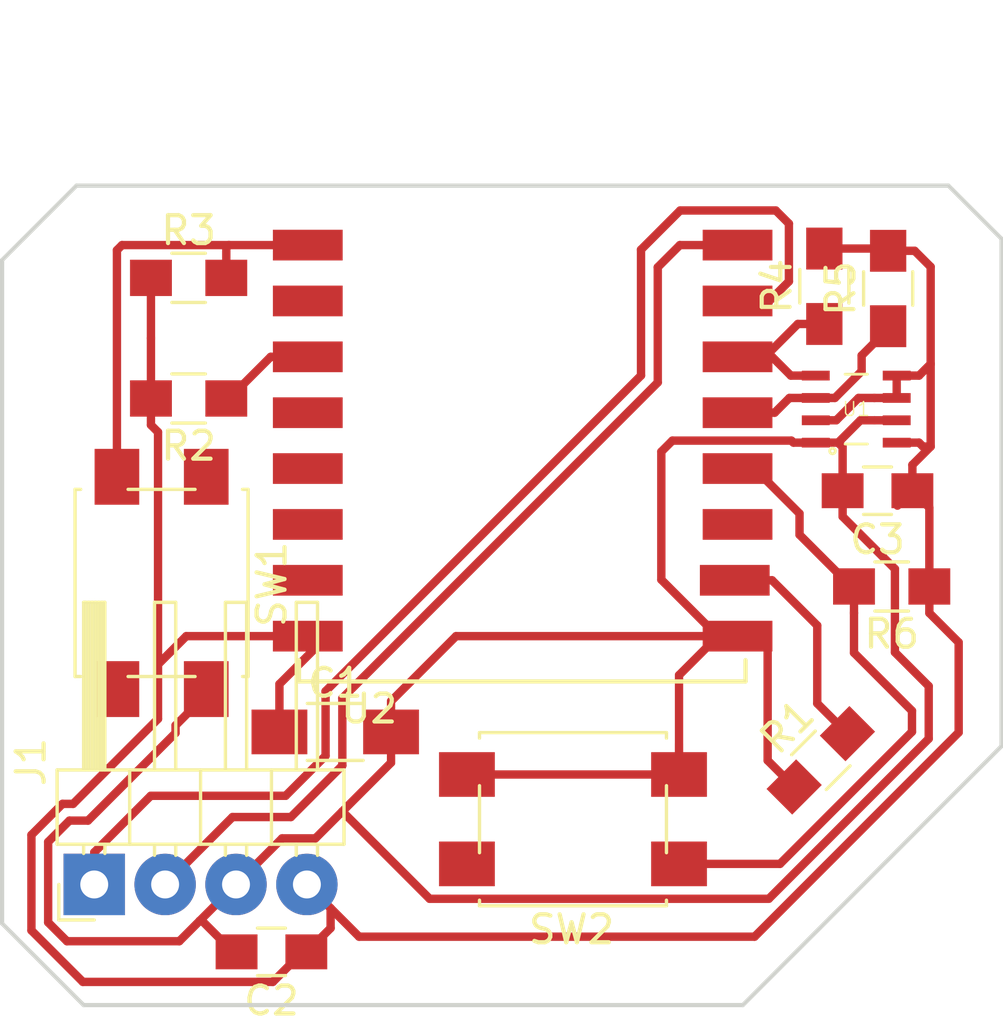
<source format=kicad_pcb>
(kicad_pcb (version 4) (host pcbnew 4.0.7-e2-6376~58~ubuntu16.04.1)

  (general
    (links 38)
    (no_connects 4)
    (area 132.004999 68.364999 173.232 105.668)
    (thickness 1.6)
    (drawings 8)
    (tracks 160)
    (zones 0)
    (modules 14)
    (nets 11)
  )

  (page A4)
  (layers
    (0 F.Cu signal)
    (31 B.Cu signal)
    (32 B.Adhes user)
    (33 F.Adhes user)
    (34 B.Paste user)
    (35 F.Paste user)
    (36 B.SilkS user)
    (37 F.SilkS user)
    (38 B.Mask user)
    (39 F.Mask user)
    (40 Dwgs.User user)
    (41 Cmts.User user)
    (42 Eco1.User user)
    (43 Eco2.User user)
    (44 Edge.Cuts user)
    (45 Margin user)
    (46 B.CrtYd user)
    (47 F.CrtYd user)
    (48 B.Fab user)
    (49 F.Fab user)
  )

  (setup
    (last_trace_width 0.3)
    (trace_clearance 0.3)
    (zone_clearance 0.508)
    (zone_45_only no)
    (trace_min 0.2)
    (segment_width 0.2)
    (edge_width 0.15)
    (via_size 0.6)
    (via_drill 0.4)
    (via_min_size 0.4)
    (via_min_drill 0.3)
    (uvia_size 0.3)
    (uvia_drill 0.1)
    (uvias_allowed no)
    (uvia_min_size 0.2)
    (uvia_min_drill 0.1)
    (pcb_text_width 0.3)
    (pcb_text_size 1.5 1.5)
    (mod_edge_width 0.15)
    (mod_text_size 1 1)
    (mod_text_width 0.15)
    (pad_size 1.524 1.524)
    (pad_drill 0.762)
    (pad_to_mask_clearance 0.2)
    (aux_axis_origin 0 0)
    (visible_elements FFFFEF7F)
    (pcbplotparams
      (layerselection 0x01000_00000001)
      (usegerberextensions false)
      (excludeedgelayer true)
      (linewidth 0.100000)
      (plotframeref false)
      (viasonmask false)
      (mode 1)
      (useauxorigin false)
      (hpglpennumber 1)
      (hpglpenspeed 20)
      (hpglpendiameter 15)
      (hpglpenoverlay 2)
      (psnegative false)
      (psa4output false)
      (plotreference true)
      (plotvalue true)
      (plotinvisibletext false)
      (padsonsilk false)
      (subtractmaskfromsilk false)
      (outputformat 1)
      (mirror false)
      (drillshape 0)
      (scaleselection 1)
      (outputdirectory ./Gerber/))
  )

  (net 0 "")
  (net 1 "Net-(J1-Pad1)")
  (net 2 "Net-(J1-Pad2)")
  (net 3 GND)
  (net 4 +3V3)
  (net 5 "Net-(R2-Pad1)")
  (net 6 "Net-(R3-Pad2)")
  (net 7 SCL)
  (net 8 SDA)
  (net 9 "Net-(R6-Pad2)")
  (net 10 "Net-(R1-Pad2)")

  (net_class Default "This is the default net class."
    (clearance 0.3)
    (trace_width 0.3)
    (via_dia 0.6)
    (via_drill 0.4)
    (uvia_dia 0.3)
    (uvia_drill 0.1)
    (add_net +3V3)
    (add_net GND)
    (add_net "Net-(J1-Pad1)")
    (add_net "Net-(J1-Pad2)")
    (add_net "Net-(R1-Pad2)")
    (add_net "Net-(R2-Pad1)")
    (add_net "Net-(R3-Pad2)")
    (add_net "Net-(R6-Pad2)")
    (add_net SCL)
    (add_net SDA)
  )

  (module Pin_Headers:Pin_Header_Angled_1x04_Pitch2.54mm (layer F.Cu) (tedit 59D4C66D) (tstamp 59D4B459)
    (at 135.382 100.33 90)
    (descr "Through hole angled pin header, 1x04, 2.54mm pitch, 6mm pin length, single row")
    (tags "Through hole angled pin header THT 1x04 2.54mm single row")
    (path /59D4A688)
    (fp_text reference J1 (at 4.385 -2.27 90) (layer F.SilkS)
      (effects (font (size 1 1) (thickness 0.15)))
    )
    (fp_text value Conn_01x04_Male (at 4.385 9.89 90) (layer F.Fab)
      (effects (font (size 1 1) (thickness 0.15)))
    )
    (fp_line (start 2.135 -1.27) (end 4.04 -1.27) (layer F.Fab) (width 0.1))
    (fp_line (start 4.04 -1.27) (end 4.04 8.89) (layer F.Fab) (width 0.1))
    (fp_line (start 4.04 8.89) (end 1.5 8.89) (layer F.Fab) (width 0.1))
    (fp_line (start 1.5 8.89) (end 1.5 -0.635) (layer F.Fab) (width 0.1))
    (fp_line (start 1.5 -0.635) (end 2.135 -1.27) (layer F.Fab) (width 0.1))
    (fp_line (start -0.32 -0.32) (end 1.5 -0.32) (layer F.Fab) (width 0.1))
    (fp_line (start -0.32 -0.32) (end -0.32 0.32) (layer F.Fab) (width 0.1))
    (fp_line (start -0.32 0.32) (end 1.5 0.32) (layer F.Fab) (width 0.1))
    (fp_line (start 4.04 -0.32) (end 10.04 -0.32) (layer F.Fab) (width 0.1))
    (fp_line (start 10.04 -0.32) (end 10.04 0.32) (layer F.Fab) (width 0.1))
    (fp_line (start 4.04 0.32) (end 10.04 0.32) (layer F.Fab) (width 0.1))
    (fp_line (start -0.32 2.22) (end 1.5 2.22) (layer F.Fab) (width 0.1))
    (fp_line (start -0.32 2.22) (end -0.32 2.86) (layer F.Fab) (width 0.1))
    (fp_line (start -0.32 2.86) (end 1.5 2.86) (layer F.Fab) (width 0.1))
    (fp_line (start 4.04 2.22) (end 10.04 2.22) (layer F.Fab) (width 0.1))
    (fp_line (start 10.04 2.22) (end 10.04 2.86) (layer F.Fab) (width 0.1))
    (fp_line (start 4.04 2.86) (end 10.04 2.86) (layer F.Fab) (width 0.1))
    (fp_line (start -0.32 4.76) (end 1.5 4.76) (layer F.Fab) (width 0.1))
    (fp_line (start -0.32 4.76) (end -0.32 5.4) (layer F.Fab) (width 0.1))
    (fp_line (start -0.32 5.4) (end 1.5 5.4) (layer F.Fab) (width 0.1))
    (fp_line (start 4.04 4.76) (end 10.04 4.76) (layer F.Fab) (width 0.1))
    (fp_line (start 10.04 4.76) (end 10.04 5.4) (layer F.Fab) (width 0.1))
    (fp_line (start 4.04 5.4) (end 10.04 5.4) (layer F.Fab) (width 0.1))
    (fp_line (start -0.32 7.3) (end 1.5 7.3) (layer F.Fab) (width 0.1))
    (fp_line (start -0.32 7.3) (end -0.32 7.94) (layer F.Fab) (width 0.1))
    (fp_line (start -0.32 7.94) (end 1.5 7.94) (layer F.Fab) (width 0.1))
    (fp_line (start 4.04 7.3) (end 10.04 7.3) (layer F.Fab) (width 0.1))
    (fp_line (start 10.04 7.3) (end 10.04 7.94) (layer F.Fab) (width 0.1))
    (fp_line (start 4.04 7.94) (end 10.04 7.94) (layer F.Fab) (width 0.1))
    (fp_line (start 1.44 -1.33) (end 1.44 8.95) (layer F.SilkS) (width 0.12))
    (fp_line (start 1.44 8.95) (end 4.1 8.95) (layer F.SilkS) (width 0.12))
    (fp_line (start 4.1 8.95) (end 4.1 -1.33) (layer F.SilkS) (width 0.12))
    (fp_line (start 4.1 -1.33) (end 1.44 -1.33) (layer F.SilkS) (width 0.12))
    (fp_line (start 4.1 -0.38) (end 10.1 -0.38) (layer F.SilkS) (width 0.12))
    (fp_line (start 10.1 -0.38) (end 10.1 0.38) (layer F.SilkS) (width 0.12))
    (fp_line (start 10.1 0.38) (end 4.1 0.38) (layer F.SilkS) (width 0.12))
    (fp_line (start 4.1 -0.32) (end 10.1 -0.32) (layer F.SilkS) (width 0.12))
    (fp_line (start 4.1 -0.2) (end 10.1 -0.2) (layer F.SilkS) (width 0.12))
    (fp_line (start 4.1 -0.08) (end 10.1 -0.08) (layer F.SilkS) (width 0.12))
    (fp_line (start 4.1 0.04) (end 10.1 0.04) (layer F.SilkS) (width 0.12))
    (fp_line (start 4.1 0.16) (end 10.1 0.16) (layer F.SilkS) (width 0.12))
    (fp_line (start 4.1 0.28) (end 10.1 0.28) (layer F.SilkS) (width 0.12))
    (fp_line (start 1.11 -0.38) (end 1.44 -0.38) (layer F.SilkS) (width 0.12))
    (fp_line (start 1.11 0.38) (end 1.44 0.38) (layer F.SilkS) (width 0.12))
    (fp_line (start 1.44 1.27) (end 4.1 1.27) (layer F.SilkS) (width 0.12))
    (fp_line (start 4.1 2.16) (end 10.1 2.16) (layer F.SilkS) (width 0.12))
    (fp_line (start 10.1 2.16) (end 10.1 2.92) (layer F.SilkS) (width 0.12))
    (fp_line (start 10.1 2.92) (end 4.1 2.92) (layer F.SilkS) (width 0.12))
    (fp_line (start 1.042929 2.16) (end 1.44 2.16) (layer F.SilkS) (width 0.12))
    (fp_line (start 1.042929 2.92) (end 1.44 2.92) (layer F.SilkS) (width 0.12))
    (fp_line (start 1.44 3.81) (end 4.1 3.81) (layer F.SilkS) (width 0.12))
    (fp_line (start 4.1 4.7) (end 10.1 4.7) (layer F.SilkS) (width 0.12))
    (fp_line (start 10.1 4.7) (end 10.1 5.46) (layer F.SilkS) (width 0.12))
    (fp_line (start 10.1 5.46) (end 4.1 5.46) (layer F.SilkS) (width 0.12))
    (fp_line (start 1.042929 4.7) (end 1.44 4.7) (layer F.SilkS) (width 0.12))
    (fp_line (start 1.042929 5.46) (end 1.44 5.46) (layer F.SilkS) (width 0.12))
    (fp_line (start 1.44 6.35) (end 4.1 6.35) (layer F.SilkS) (width 0.12))
    (fp_line (start 4.1 7.24) (end 10.1 7.24) (layer F.SilkS) (width 0.12))
    (fp_line (start 10.1 7.24) (end 10.1 8) (layer F.SilkS) (width 0.12))
    (fp_line (start 10.1 8) (end 4.1 8) (layer F.SilkS) (width 0.12))
    (fp_line (start 1.042929 7.24) (end 1.44 7.24) (layer F.SilkS) (width 0.12))
    (fp_line (start 1.042929 8) (end 1.44 8) (layer F.SilkS) (width 0.12))
    (fp_line (start -1.27 0) (end -1.27 -1.27) (layer F.SilkS) (width 0.12))
    (fp_line (start -1.27 -1.27) (end 0 -1.27) (layer F.SilkS) (width 0.12))
    (fp_line (start -1.8 -1.8) (end -1.8 9.4) (layer F.CrtYd) (width 0.05))
    (fp_line (start -1.8 9.4) (end 10.55 9.4) (layer F.CrtYd) (width 0.05))
    (fp_line (start 10.55 9.4) (end 10.55 -1.8) (layer F.CrtYd) (width 0.05))
    (fp_line (start 10.55 -1.8) (end -1.8 -1.8) (layer F.CrtYd) (width 0.05))
    (fp_text user %R (at 2.77 3.81 180) (layer F.Fab)
      (effects (font (size 1 1) (thickness 0.15)))
    )
    (pad 1 thru_hole rect (at 0 0 90) (size 2.2 2.2) (drill 1) (layers *.Cu *.Mask)
      (net 1 "Net-(J1-Pad1)"))
    (pad 2 thru_hole oval (at 0 2.54 90) (size 2.2 2.2) (drill 1) (layers *.Cu *.Mask)
      (net 2 "Net-(J1-Pad2)"))
    (pad 3 thru_hole oval (at 0 5.08 90) (size 2.2 2.2) (drill 1) (layers *.Cu *.Mask)
      (net 3 GND))
    (pad 4 thru_hole oval (at 0 7.62 90) (size 2.2 2.2) (drill 1) (layers *.Cu *.Mask)
      (net 4 +3V3))
    (model ${KISYS3DMOD}/Pin_Headers.3dshapes/Pin_Header_Angled_1x04_Pitch2.54mm.wrl
      (at (xyz 0 0 0))
      (scale (xyz 1 1 1))
      (rotate (xyz 0 0 0))
    )
  )

  (module bosch:BME280 (layer F.Cu) (tedit 59D4BB43) (tstamp 59D4B499)
    (at 162.687 83.312 180)
    (path /59D4AC57)
    (attr smd)
    (fp_text reference U1 (at 0 0 180) (layer F.SilkS)
      (effects (font (size 0.5 0.5) (thickness 0.05)))
    )
    (fp_text value BMXX80 (at 0 0 180) (layer F.Fab)
      (effects (font (size 0.5 0.5) (thickness 0.05)))
    )
    (fp_line (start -0.4 1.25) (end 0.4 1.25) (layer F.SilkS) (width 0.1))
    (fp_line (start -0.4 -1.25) (end 0.4 -1.25) (layer F.SilkS) (width 0.1))
    (fp_circle (center 0.85 -1.5) (end 0.85 -1.6) (layer F.SilkS) (width 0.1))
    (pad 1 smd rect (at 1.45 -1.2 180) (size 1 0.35) (layers F.Cu F.Paste F.Mask)
      (net 3 GND))
    (pad 2 smd rect (at 1.45 -0.4 180) (size 1 0.35) (layers F.Cu F.Paste F.Mask)
      (net 4 +3V3))
    (pad 3 smd rect (at 1.45 0.4 180) (size 1 0.35) (layers F.Cu F.Paste F.Mask)
      (net 8 SDA))
    (pad 4 smd rect (at 1.45 1.2 180) (size 1 0.35) (layers F.Cu F.Paste F.Mask)
      (net 7 SCL))
    (pad 5 smd rect (at -1.45 1.2 180) (size 1 0.35) (layers F.Cu F.Paste F.Mask)
      (net 4 +3V3))
    (pad 6 smd rect (at -1.45 0.4 180) (size 1 0.35) (layers F.Cu F.Paste F.Mask)
      (net 4 +3V3))
    (pad 7 smd rect (at -1.45 -0.4 180) (size 1 0.35) (layers F.Cu F.Paste F.Mask)
      (net 3 GND))
    (pad 8 smd rect (at -1.45 -1.2 180) (size 1 0.35) (layers F.Cu F.Paste F.Mask)
      (net 4 +3V3))
    (model Housings_DFN_QFN.3dshapes/DFN-8-1EP_2x2mm_Pitch0.5mm.wrl
      (at (xyz 0 0 0))
      (scale (xyz 1.2 1.2 1.2))
      (rotate (xyz 0 0 0))
    )
  )

  (module Resistors_SMD:R_0805_HandSoldering (layer F.Cu) (tedit 58E0A804) (tstamp 59D4B45F)
    (at 161.417 95.885 45)
    (descr "Resistor SMD 0805, hand soldering")
    (tags "resistor 0805")
    (path /59D4A9B9)
    (attr smd)
    (fp_text reference R1 (at 0 -1.7 45) (layer F.SilkS)
      (effects (font (size 1 1) (thickness 0.15)))
    )
    (fp_text value R (at 0 1.75 45) (layer F.Fab)
      (effects (font (size 1 1) (thickness 0.15)))
    )
    (fp_text user %R (at 0 0 45) (layer F.Fab)
      (effects (font (size 0.5 0.5) (thickness 0.075)))
    )
    (fp_line (start -1 0.62) (end -1 -0.62) (layer F.Fab) (width 0.1))
    (fp_line (start 1 0.62) (end -1 0.62) (layer F.Fab) (width 0.1))
    (fp_line (start 1 -0.62) (end 1 0.62) (layer F.Fab) (width 0.1))
    (fp_line (start -1 -0.62) (end 1 -0.62) (layer F.Fab) (width 0.1))
    (fp_line (start 0.6 0.88) (end -0.6 0.88) (layer F.SilkS) (width 0.12))
    (fp_line (start -0.6 -0.88) (end 0.6 -0.88) (layer F.SilkS) (width 0.12))
    (fp_line (start -2.35 -0.9) (end 2.35 -0.9) (layer F.CrtYd) (width 0.05))
    (fp_line (start -2.35 -0.9) (end -2.35 0.9) (layer F.CrtYd) (width 0.05))
    (fp_line (start 2.35 0.9) (end 2.35 -0.9) (layer F.CrtYd) (width 0.05))
    (fp_line (start 2.35 0.9) (end -2.35 0.9) (layer F.CrtYd) (width 0.05))
    (pad 1 smd rect (at -1.35 0 45) (size 1.5 1.3) (layers F.Cu F.Paste F.Mask)
      (net 3 GND))
    (pad 2 smd rect (at 1.35 0 45) (size 1.5 1.3) (layers F.Cu F.Paste F.Mask)
      (net 10 "Net-(R1-Pad2)"))
    (model ${KISYS3DMOD}/Resistors_SMD.3dshapes/R_0805.wrl
      (at (xyz 0 0 0))
      (scale (xyz 1 1 1))
      (rotate (xyz 0 0 0))
    )
  )

  (module Resistors_SMD:R_0805_HandSoldering (layer F.Cu) (tedit 58E0A804) (tstamp 59D4B465)
    (at 138.764 82.931 180)
    (descr "Resistor SMD 0805, hand soldering")
    (tags "resistor 0805")
    (path /59D4ABEA)
    (attr smd)
    (fp_text reference R2 (at 0 -1.7 180) (layer F.SilkS)
      (effects (font (size 1 1) (thickness 0.15)))
    )
    (fp_text value R (at 0 1.75 180) (layer F.Fab)
      (effects (font (size 1 1) (thickness 0.15)))
    )
    (fp_text user %R (at 0 0 180) (layer F.Fab)
      (effects (font (size 0.5 0.5) (thickness 0.075)))
    )
    (fp_line (start -1 0.62) (end -1 -0.62) (layer F.Fab) (width 0.1))
    (fp_line (start 1 0.62) (end -1 0.62) (layer F.Fab) (width 0.1))
    (fp_line (start 1 -0.62) (end 1 0.62) (layer F.Fab) (width 0.1))
    (fp_line (start -1 -0.62) (end 1 -0.62) (layer F.Fab) (width 0.1))
    (fp_line (start 0.6 0.88) (end -0.6 0.88) (layer F.SilkS) (width 0.12))
    (fp_line (start -0.6 -0.88) (end 0.6 -0.88) (layer F.SilkS) (width 0.12))
    (fp_line (start -2.35 -0.9) (end 2.35 -0.9) (layer F.CrtYd) (width 0.05))
    (fp_line (start -2.35 -0.9) (end -2.35 0.9) (layer F.CrtYd) (width 0.05))
    (fp_line (start 2.35 0.9) (end 2.35 -0.9) (layer F.CrtYd) (width 0.05))
    (fp_line (start 2.35 0.9) (end -2.35 0.9) (layer F.CrtYd) (width 0.05))
    (pad 1 smd rect (at -1.35 0 180) (size 1.5 1.3) (layers F.Cu F.Paste F.Mask)
      (net 5 "Net-(R2-Pad1)"))
    (pad 2 smd rect (at 1.35 0 180) (size 1.5 1.3) (layers F.Cu F.Paste F.Mask)
      (net 4 +3V3))
    (model ${KISYS3DMOD}/Resistors_SMD.3dshapes/R_0805.wrl
      (at (xyz 0 0 0))
      (scale (xyz 1 1 1))
      (rotate (xyz 0 0 0))
    )
  )

  (module Resistors_SMD:R_0805_HandSoldering (layer F.Cu) (tedit 58E0A804) (tstamp 59D4B46B)
    (at 138.764 78.613)
    (descr "Resistor SMD 0805, hand soldering")
    (tags "resistor 0805")
    (path /59D4A867)
    (attr smd)
    (fp_text reference R3 (at 0 -1.7) (layer F.SilkS)
      (effects (font (size 1 1) (thickness 0.15)))
    )
    (fp_text value R (at 0 1.75) (layer F.Fab)
      (effects (font (size 1 1) (thickness 0.15)))
    )
    (fp_text user %R (at 0 0) (layer F.Fab)
      (effects (font (size 0.5 0.5) (thickness 0.075)))
    )
    (fp_line (start -1 0.62) (end -1 -0.62) (layer F.Fab) (width 0.1))
    (fp_line (start 1 0.62) (end -1 0.62) (layer F.Fab) (width 0.1))
    (fp_line (start 1 -0.62) (end 1 0.62) (layer F.Fab) (width 0.1))
    (fp_line (start -1 -0.62) (end 1 -0.62) (layer F.Fab) (width 0.1))
    (fp_line (start 0.6 0.88) (end -0.6 0.88) (layer F.SilkS) (width 0.12))
    (fp_line (start -0.6 -0.88) (end 0.6 -0.88) (layer F.SilkS) (width 0.12))
    (fp_line (start -2.35 -0.9) (end 2.35 -0.9) (layer F.CrtYd) (width 0.05))
    (fp_line (start -2.35 -0.9) (end -2.35 0.9) (layer F.CrtYd) (width 0.05))
    (fp_line (start 2.35 0.9) (end 2.35 -0.9) (layer F.CrtYd) (width 0.05))
    (fp_line (start 2.35 0.9) (end -2.35 0.9) (layer F.CrtYd) (width 0.05))
    (pad 1 smd rect (at -1.35 0) (size 1.5 1.3) (layers F.Cu F.Paste F.Mask)
      (net 4 +3V3))
    (pad 2 smd rect (at 1.35 0) (size 1.5 1.3) (layers F.Cu F.Paste F.Mask)
      (net 6 "Net-(R3-Pad2)"))
    (model ${KISYS3DMOD}/Resistors_SMD.3dshapes/R_0805.wrl
      (at (xyz 0 0 0))
      (scale (xyz 1 1 1))
      (rotate (xyz 0 0 0))
    )
  )

  (module Resistors_SMD:R_0805_HandSoldering (layer F.Cu) (tedit 58E0A804) (tstamp 59D4B471)
    (at 161.544 78.914 90)
    (descr "Resistor SMD 0805, hand soldering")
    (tags "resistor 0805")
    (path /59D4B29D)
    (attr smd)
    (fp_text reference R4 (at 0 -1.7 90) (layer F.SilkS)
      (effects (font (size 1 1) (thickness 0.15)))
    )
    (fp_text value I2C (at 0 1.75 90) (layer F.Fab)
      (effects (font (size 1 1) (thickness 0.15)))
    )
    (fp_text user %R (at 0 0 90) (layer F.Fab)
      (effects (font (size 0.5 0.5) (thickness 0.075)))
    )
    (fp_line (start -1 0.62) (end -1 -0.62) (layer F.Fab) (width 0.1))
    (fp_line (start 1 0.62) (end -1 0.62) (layer F.Fab) (width 0.1))
    (fp_line (start 1 -0.62) (end 1 0.62) (layer F.Fab) (width 0.1))
    (fp_line (start -1 -0.62) (end 1 -0.62) (layer F.Fab) (width 0.1))
    (fp_line (start 0.6 0.88) (end -0.6 0.88) (layer F.SilkS) (width 0.12))
    (fp_line (start -0.6 -0.88) (end 0.6 -0.88) (layer F.SilkS) (width 0.12))
    (fp_line (start -2.35 -0.9) (end 2.35 -0.9) (layer F.CrtYd) (width 0.05))
    (fp_line (start -2.35 -0.9) (end -2.35 0.9) (layer F.CrtYd) (width 0.05))
    (fp_line (start 2.35 0.9) (end 2.35 -0.9) (layer F.CrtYd) (width 0.05))
    (fp_line (start 2.35 0.9) (end -2.35 0.9) (layer F.CrtYd) (width 0.05))
    (pad 1 smd rect (at -1.35 0 90) (size 1.5 1.3) (layers F.Cu F.Paste F.Mask)
      (net 7 SCL))
    (pad 2 smd rect (at 1.35 0 90) (size 1.5 1.3) (layers F.Cu F.Paste F.Mask)
      (net 4 +3V3))
    (model ${KISYS3DMOD}/Resistors_SMD.3dshapes/R_0805.wrl
      (at (xyz 0 0 0))
      (scale (xyz 1 1 1))
      (rotate (xyz 0 0 0))
    )
  )

  (module Resistors_SMD:R_0805_HandSoldering (layer F.Cu) (tedit 58E0A804) (tstamp 59D4B477)
    (at 163.83 78.994 90)
    (descr "Resistor SMD 0805, hand soldering")
    (tags "resistor 0805")
    (path /59D4B36F)
    (attr smd)
    (fp_text reference R5 (at 0 -1.7 90) (layer F.SilkS)
      (effects (font (size 1 1) (thickness 0.15)))
    )
    (fp_text value I2C (at 0 1.75 90) (layer F.Fab)
      (effects (font (size 1 1) (thickness 0.15)))
    )
    (fp_text user %R (at 0 0 90) (layer F.Fab)
      (effects (font (size 0.5 0.5) (thickness 0.075)))
    )
    (fp_line (start -1 0.62) (end -1 -0.62) (layer F.Fab) (width 0.1))
    (fp_line (start 1 0.62) (end -1 0.62) (layer F.Fab) (width 0.1))
    (fp_line (start 1 -0.62) (end 1 0.62) (layer F.Fab) (width 0.1))
    (fp_line (start -1 -0.62) (end 1 -0.62) (layer F.Fab) (width 0.1))
    (fp_line (start 0.6 0.88) (end -0.6 0.88) (layer F.SilkS) (width 0.12))
    (fp_line (start -0.6 -0.88) (end 0.6 -0.88) (layer F.SilkS) (width 0.12))
    (fp_line (start -2.35 -0.9) (end 2.35 -0.9) (layer F.CrtYd) (width 0.05))
    (fp_line (start -2.35 -0.9) (end -2.35 0.9) (layer F.CrtYd) (width 0.05))
    (fp_line (start 2.35 0.9) (end 2.35 -0.9) (layer F.CrtYd) (width 0.05))
    (fp_line (start 2.35 0.9) (end -2.35 0.9) (layer F.CrtYd) (width 0.05))
    (pad 1 smd rect (at -1.35 0 90) (size 1.5 1.3) (layers F.Cu F.Paste F.Mask)
      (net 8 SDA))
    (pad 2 smd rect (at 1.35 0 90) (size 1.5 1.3) (layers F.Cu F.Paste F.Mask)
      (net 4 +3V3))
    (model ${KISYS3DMOD}/Resistors_SMD.3dshapes/R_0805.wrl
      (at (xyz 0 0 0))
      (scale (xyz 1 1 1))
      (rotate (xyz 0 0 0))
    )
  )

  (module Resistors_SMD:R_0805_HandSoldering (layer F.Cu) (tedit 58E0A804) (tstamp 59D4B47D)
    (at 163.957 89.662 180)
    (descr "Resistor SMD 0805, hand soldering")
    (tags "resistor 0805")
    (path /59D4AC41)
    (attr smd)
    (fp_text reference R6 (at 0 -1.7 180) (layer F.SilkS)
      (effects (font (size 1 1) (thickness 0.15)))
    )
    (fp_text value R (at 0 1.75 180) (layer F.Fab)
      (effects (font (size 1 1) (thickness 0.15)))
    )
    (fp_text user %R (at 0 0 180) (layer F.Fab)
      (effects (font (size 0.5 0.5) (thickness 0.075)))
    )
    (fp_line (start -1 0.62) (end -1 -0.62) (layer F.Fab) (width 0.1))
    (fp_line (start 1 0.62) (end -1 0.62) (layer F.Fab) (width 0.1))
    (fp_line (start 1 -0.62) (end 1 0.62) (layer F.Fab) (width 0.1))
    (fp_line (start -1 -0.62) (end 1 -0.62) (layer F.Fab) (width 0.1))
    (fp_line (start 0.6 0.88) (end -0.6 0.88) (layer F.SilkS) (width 0.12))
    (fp_line (start -0.6 -0.88) (end 0.6 -0.88) (layer F.SilkS) (width 0.12))
    (fp_line (start -2.35 -0.9) (end 2.35 -0.9) (layer F.CrtYd) (width 0.05))
    (fp_line (start -2.35 -0.9) (end -2.35 0.9) (layer F.CrtYd) (width 0.05))
    (fp_line (start 2.35 0.9) (end 2.35 -0.9) (layer F.CrtYd) (width 0.05))
    (fp_line (start 2.35 0.9) (end -2.35 0.9) (layer F.CrtYd) (width 0.05))
    (pad 1 smd rect (at -1.35 0 180) (size 1.5 1.3) (layers F.Cu F.Paste F.Mask)
      (net 4 +3V3))
    (pad 2 smd rect (at 1.35 0 180) (size 1.5 1.3) (layers F.Cu F.Paste F.Mask)
      (net 9 "Net-(R6-Pad2)"))
    (model ${KISYS3DMOD}/Resistors_SMD.3dshapes/R_0805.wrl
      (at (xyz 0 0 0))
      (scale (xyz 1 1 1))
      (rotate (xyz 0 0 0))
    )
  )

  (module smd_button:smd_button (layer F.Cu) (tedit 596C9FA8) (tstamp 59D4B485)
    (at 137.795 89.535 270)
    (path /59D4A7F0)
    (attr smd)
    (fp_text reference SW1 (at 0.05 -3.95 270) (layer F.SilkS)
      (effects (font (size 1 1) (thickness 0.15)))
    )
    (fp_text value SW_Push (at 0 4.25 270) (layer F.Fab)
      (effects (font (size 1 1) (thickness 0.15)))
    )
    (fp_line (start -3.25 -3) (end 3.25 -3) (layer F.Fab) (width 0.1))
    (fp_line (start 3.25 -3) (end 3.25 3) (layer F.Fab) (width 0.1))
    (fp_line (start 3.25 3) (end -3.25 3) (layer F.Fab) (width 0.1))
    (fp_line (start -3.25 3) (end -3.25 -3) (layer F.Fab) (width 0.1))
    (fp_text user %R (at 0.05 -3.95 270) (layer F.Fab)
      (effects (font (size 1 1) (thickness 0.15)))
    )
    (fp_line (start -5.25 -3.25) (end 5.25 -3.25) (layer F.CrtYd) (width 0.05))
    (fp_line (start 5.25 -3.25) (end 5.25 3.25) (layer F.CrtYd) (width 0.05))
    (fp_line (start 5.25 3.25) (end -5.25 3.25) (layer F.CrtYd) (width 0.05))
    (fp_line (start -5.25 3.25) (end -5.25 -3.25) (layer F.CrtYd) (width 0.05))
    (fp_line (start 3.35 -3.1) (end 3.35 -2.9) (layer F.SilkS) (width 0.12))
    (fp_line (start 3.35 3.1) (end 3.35 2.9) (layer F.SilkS) (width 0.12))
    (fp_line (start -3.35 3.1) (end -3.35 2.9) (layer F.SilkS) (width 0.12))
    (fp_line (start -3.35 -3.1) (end -3.35 -2.9) (layer F.SilkS) (width 0.12))
    (fp_line (start -3.35 -1.2) (end -3.35 1.2) (layer F.SilkS) (width 0.12))
    (fp_line (start 3.35 -1.2) (end 3.35 1.2) (layer F.SilkS) (width 0.12))
    (fp_line (start 3.35 -3.1) (end -3.35 -3.1) (layer F.SilkS) (width 0.12))
    (fp_line (start -3.35 3.1) (end 3.35 3.1) (layer F.SilkS) (width 0.12))
    (fp_circle (center 0 0) (end 1.9 0) (layer F.Fab) (width 0.1))
    (fp_circle (center 0 0) (end 1.5 0) (layer F.Fab) (width 0.1))
    (pad 1 smd rect (at 3.8 -1.6 270) (size 2 1.6) (layers F.Cu F.Paste F.Mask)
      (net 3 GND))
    (pad 1 smd rect (at -3.8 -1.6 270) (size 2 1.6) (layers F.Cu F.Paste F.Mask)
      (net 3 GND))
    (pad 2 smd rect (at -3.8 1.6 270) (size 2 1.6) (layers F.Cu F.Paste F.Mask)
      (net 6 "Net-(R3-Pad2)"))
    (pad 2 smd rect (at 3.8 1.6 270) (size 2 1.6) (layers F.Cu F.Paste F.Mask)
      (net 6 "Net-(R3-Pad2)"))
  )

  (module smd_button:smd_button (layer F.Cu) (tedit 596C9FA8) (tstamp 59D4B48D)
    (at 152.537 97.993 180)
    (path /59D4A858)
    (attr smd)
    (fp_text reference SW2 (at 0.05 -3.95 180) (layer F.SilkS)
      (effects (font (size 1 1) (thickness 0.15)))
    )
    (fp_text value SW_Push (at 0 4.25 180) (layer F.Fab)
      (effects (font (size 1 1) (thickness 0.15)))
    )
    (fp_line (start -3.25 -3) (end 3.25 -3) (layer F.Fab) (width 0.1))
    (fp_line (start 3.25 -3) (end 3.25 3) (layer F.Fab) (width 0.1))
    (fp_line (start 3.25 3) (end -3.25 3) (layer F.Fab) (width 0.1))
    (fp_line (start -3.25 3) (end -3.25 -3) (layer F.Fab) (width 0.1))
    (fp_text user %R (at 0.05 -3.95 180) (layer F.Fab)
      (effects (font (size 1 1) (thickness 0.15)))
    )
    (fp_line (start -5.25 -3.25) (end 5.25 -3.25) (layer F.CrtYd) (width 0.05))
    (fp_line (start 5.25 -3.25) (end 5.25 3.25) (layer F.CrtYd) (width 0.05))
    (fp_line (start 5.25 3.25) (end -5.25 3.25) (layer F.CrtYd) (width 0.05))
    (fp_line (start -5.25 3.25) (end -5.25 -3.25) (layer F.CrtYd) (width 0.05))
    (fp_line (start 3.35 -3.1) (end 3.35 -2.9) (layer F.SilkS) (width 0.12))
    (fp_line (start 3.35 3.1) (end 3.35 2.9) (layer F.SilkS) (width 0.12))
    (fp_line (start -3.35 3.1) (end -3.35 2.9) (layer F.SilkS) (width 0.12))
    (fp_line (start -3.35 -3.1) (end -3.35 -2.9) (layer F.SilkS) (width 0.12))
    (fp_line (start -3.35 -1.2) (end -3.35 1.2) (layer F.SilkS) (width 0.12))
    (fp_line (start 3.35 -1.2) (end 3.35 1.2) (layer F.SilkS) (width 0.12))
    (fp_line (start 3.35 -3.1) (end -3.35 -3.1) (layer F.SilkS) (width 0.12))
    (fp_line (start -3.35 3.1) (end 3.35 3.1) (layer F.SilkS) (width 0.12))
    (fp_circle (center 0 0) (end 1.9 0) (layer F.Fab) (width 0.1))
    (fp_circle (center 0 0) (end 1.5 0) (layer F.Fab) (width 0.1))
    (pad 1 smd rect (at 3.8 -1.6 180) (size 2 1.6) (layers F.Cu F.Paste F.Mask)
      (net 9 "Net-(R6-Pad2)"))
    (pad 1 smd rect (at -3.8 -1.6 180) (size 2 1.6) (layers F.Cu F.Paste F.Mask)
      (net 9 "Net-(R6-Pad2)"))
    (pad 2 smd rect (at -3.8 1.6 180) (size 2 1.6) (layers F.Cu F.Paste F.Mask)
      (net 3 GND))
    (pad 2 smd rect (at 3.8 1.6 180) (size 2 1.6) (layers F.Cu F.Paste F.Mask)
      (net 3 GND))
  )

  (module esp8266:ESP-12 (layer F.Cu) (tedit 56DFFEA3) (tstamp 59D4B4AD)
    (at 143.734 77.44)
    (descr "Module, ESP-8266, ESP-12, 16 pad, SMD")
    (tags "Module ESP-8266 ESP8266")
    (path /59D4A61B)
    (fp_text reference U2 (at 1.5 16.6) (layer F.SilkS)
      (effects (font (size 1 1) (thickness 0.15)))
    )
    (fp_text value ESP-12 (at 6.992 1) (layer F.Fab)
      (effects (font (size 1 1) (thickness 0.15)))
    )
    (fp_line (start -2.25 -0.5) (end -2.25 -8.75) (layer F.CrtYd) (width 0.05))
    (fp_line (start -2.25 -8.75) (end 15.25 -8.75) (layer F.CrtYd) (width 0.05))
    (fp_line (start 15.25 -8.75) (end 16.25 -8.75) (layer F.CrtYd) (width 0.05))
    (fp_line (start 16.25 -8.75) (end 16.25 16) (layer F.CrtYd) (width 0.05))
    (fp_line (start 16.25 16) (end -2.25 16) (layer F.CrtYd) (width 0.05))
    (fp_line (start -2.25 16) (end -2.25 -0.5) (layer F.CrtYd) (width 0.05))
    (fp_line (start -1.016 -8.382) (end 14.986 -8.382) (layer F.CrtYd) (width 0.1524))
    (fp_line (start 14.986 -8.382) (end 14.986 -0.889) (layer F.CrtYd) (width 0.1524))
    (fp_line (start -1.016 -8.382) (end -1.016 -1.016) (layer F.CrtYd) (width 0.1524))
    (fp_line (start -1.016 14.859) (end -1.016 15.621) (layer F.SilkS) (width 0.1524))
    (fp_line (start -1.016 15.621) (end 14.986 15.621) (layer F.SilkS) (width 0.1524))
    (fp_line (start 14.986 15.621) (end 14.986 14.859) (layer F.SilkS) (width 0.1524))
    (fp_line (start 14.992 -8.4) (end -1.008 -2.6) (layer F.CrtYd) (width 0.1524))
    (fp_line (start -1.008 -8.4) (end 14.992 -2.6) (layer F.CrtYd) (width 0.1524))
    (fp_text user "No Copper" (at 6.892 -5.4) (layer F.CrtYd)
      (effects (font (size 1 1) (thickness 0.15)))
    )
    (fp_line (start -1.008 -2.6) (end 14.992 -2.6) (layer F.CrtYd) (width 0.1524))
    (fp_line (start 15 -8.4) (end 15 15.6) (layer F.Fab) (width 0.05))
    (fp_line (start 14.992 15.6) (end -1.008 15.6) (layer F.Fab) (width 0.05))
    (fp_line (start -1.008 15.6) (end -1.008 -8.4) (layer F.Fab) (width 0.05))
    (fp_line (start -1.008 -8.4) (end 14.992 -8.4) (layer F.Fab) (width 0.05))
    (pad 1 smd rect (at 0 0) (size 2.5 1.1) (drill (offset -0.7 0)) (layers F.Cu F.Paste F.Mask)
      (net 6 "Net-(R3-Pad2)"))
    (pad 2 smd rect (at 0 2) (size 2.5 1.1) (drill (offset -0.7 0)) (layers F.Cu F.Paste F.Mask))
    (pad 3 smd rect (at 0 4) (size 2.5 1.1) (drill (offset -0.7 0)) (layers F.Cu F.Paste F.Mask)
      (net 5 "Net-(R2-Pad1)"))
    (pad 4 smd rect (at 0 6) (size 2.5 1.1) (drill (offset -0.7 0)) (layers F.Cu F.Paste F.Mask))
    (pad 5 smd rect (at 0 8) (size 2.5 1.1) (drill (offset -0.7 0)) (layers F.Cu F.Paste F.Mask))
    (pad 6 smd rect (at 0 10) (size 2.5 1.1) (drill (offset -0.7 0)) (layers F.Cu F.Paste F.Mask))
    (pad 7 smd rect (at 0 12) (size 2.5 1.1) (drill (offset -0.7 0)) (layers F.Cu F.Paste F.Mask))
    (pad 8 smd rect (at 0 14) (size 2.5 1.1) (drill (offset -0.7 0)) (layers F.Cu F.Paste F.Mask)
      (net 4 +3V3))
    (pad 9 smd rect (at 14 14) (size 2.5 1.1) (drill (offset 0.7 0)) (layers F.Cu F.Paste F.Mask)
      (net 3 GND))
    (pad 10 smd rect (at 14 12) (size 2.5 1.1) (drill (offset 0.6 0)) (layers F.Cu F.Paste F.Mask)
      (net 10 "Net-(R1-Pad2)"))
    (pad 11 smd rect (at 14 10) (size 2.5 1.1) (drill (offset 0.7 0)) (layers F.Cu F.Paste F.Mask))
    (pad 12 smd rect (at 14 8) (size 2.5 1.1) (drill (offset 0.7 0)) (layers F.Cu F.Paste F.Mask)
      (net 9 "Net-(R6-Pad2)"))
    (pad 13 smd rect (at 14 6) (size 2.5 1.1) (drill (offset 0.7 0)) (layers F.Cu F.Paste F.Mask)
      (net 8 SDA))
    (pad 14 smd rect (at 14 4) (size 2.5 1.1) (drill (offset 0.7 0)) (layers F.Cu F.Paste F.Mask)
      (net 7 SCL))
    (pad 15 smd rect (at 14 2) (size 2.5 1.1) (drill (offset 0.7 0)) (layers F.Cu F.Paste F.Mask)
      (net 1 "Net-(J1-Pad1)"))
    (pad 16 smd rect (at 14 0) (size 2.5 1.1) (drill (offset 0.7 0)) (layers F.Cu F.Paste F.Mask)
      (net 2 "Net-(J1-Pad2)"))
    (model ${ESPLIB}/ESP8266.3dshapes/ESP-12.wrl
      (at (xyz 0 0 0))
      (scale (xyz 0.3937 0.3937 0.3937))
      (rotate (xyz 0 0 0))
    )
  )

  (module Capacitors_SMD:C_1206_HandSoldering (layer F.Cu) (tedit 58AA84D1) (tstamp 59D4C1B3)
    (at 144.018 94.869)
    (descr "Capacitor SMD 1206, hand soldering")
    (tags "capacitor 1206")
    (path /59D4C166)
    (attr smd)
    (fp_text reference C1 (at 0 -1.75) (layer F.SilkS)
      (effects (font (size 1 1) (thickness 0.15)))
    )
    (fp_text value 10u (at 0 2) (layer F.Fab)
      (effects (font (size 1 1) (thickness 0.15)))
    )
    (fp_text user %R (at 0 -1.75) (layer F.Fab)
      (effects (font (size 1 1) (thickness 0.15)))
    )
    (fp_line (start -1.6 0.8) (end -1.6 -0.8) (layer F.Fab) (width 0.1))
    (fp_line (start 1.6 0.8) (end -1.6 0.8) (layer F.Fab) (width 0.1))
    (fp_line (start 1.6 -0.8) (end 1.6 0.8) (layer F.Fab) (width 0.1))
    (fp_line (start -1.6 -0.8) (end 1.6 -0.8) (layer F.Fab) (width 0.1))
    (fp_line (start 1 -1.02) (end -1 -1.02) (layer F.SilkS) (width 0.12))
    (fp_line (start -1 1.02) (end 1 1.02) (layer F.SilkS) (width 0.12))
    (fp_line (start -3.25 -1.05) (end 3.25 -1.05) (layer F.CrtYd) (width 0.05))
    (fp_line (start -3.25 -1.05) (end -3.25 1.05) (layer F.CrtYd) (width 0.05))
    (fp_line (start 3.25 1.05) (end 3.25 -1.05) (layer F.CrtYd) (width 0.05))
    (fp_line (start 3.25 1.05) (end -3.25 1.05) (layer F.CrtYd) (width 0.05))
    (pad 1 smd rect (at -2 0) (size 2 1.6) (layers F.Cu F.Paste F.Mask)
      (net 4 +3V3))
    (pad 2 smd rect (at 2 0) (size 2 1.6) (layers F.Cu F.Paste F.Mask)
      (net 3 GND))
    (model Capacitors_SMD.3dshapes/C_1206.wrl
      (at (xyz 0 0 0))
      (scale (xyz 1 1 1))
      (rotate (xyz 0 0 0))
    )
  )

  (module Capacitors_SMD:C_0805_HandSoldering (layer F.Cu) (tedit 58AA84A8) (tstamp 59D4C1C4)
    (at 141.732 102.743 180)
    (descr "Capacitor SMD 0805, hand soldering")
    (tags "capacitor 0805")
    (path /59D4C1ED)
    (attr smd)
    (fp_text reference C2 (at 0 -1.75 180) (layer F.SilkS)
      (effects (font (size 1 1) (thickness 0.15)))
    )
    (fp_text value 100n (at 0 1.75 180) (layer F.Fab)
      (effects (font (size 1 1) (thickness 0.15)))
    )
    (fp_text user %R (at 0 -1.75 180) (layer F.Fab)
      (effects (font (size 1 1) (thickness 0.15)))
    )
    (fp_line (start -1 0.62) (end -1 -0.62) (layer F.Fab) (width 0.1))
    (fp_line (start 1 0.62) (end -1 0.62) (layer F.Fab) (width 0.1))
    (fp_line (start 1 -0.62) (end 1 0.62) (layer F.Fab) (width 0.1))
    (fp_line (start -1 -0.62) (end 1 -0.62) (layer F.Fab) (width 0.1))
    (fp_line (start 0.5 -0.85) (end -0.5 -0.85) (layer F.SilkS) (width 0.12))
    (fp_line (start -0.5 0.85) (end 0.5 0.85) (layer F.SilkS) (width 0.12))
    (fp_line (start -2.25 -0.88) (end 2.25 -0.88) (layer F.CrtYd) (width 0.05))
    (fp_line (start -2.25 -0.88) (end -2.25 0.87) (layer F.CrtYd) (width 0.05))
    (fp_line (start 2.25 0.87) (end 2.25 -0.88) (layer F.CrtYd) (width 0.05))
    (fp_line (start 2.25 0.87) (end -2.25 0.87) (layer F.CrtYd) (width 0.05))
    (pad 1 smd rect (at -1.25 0 180) (size 1.5 1.25) (layers F.Cu F.Paste F.Mask)
      (net 4 +3V3))
    (pad 2 smd rect (at 1.25 0 180) (size 1.5 1.25) (layers F.Cu F.Paste F.Mask)
      (net 3 GND))
    (model Capacitors_SMD.3dshapes/C_0805.wrl
      (at (xyz 0 0 0))
      (scale (xyz 1 1 1))
      (rotate (xyz 0 0 0))
    )
  )

  (module Capacitors_SMD:C_0805_HandSoldering (layer F.Cu) (tedit 58AA84A8) (tstamp 59D4C1D5)
    (at 163.449 86.233 180)
    (descr "Capacitor SMD 0805, hand soldering")
    (tags "capacitor 0805")
    (path /59D4C2B0)
    (attr smd)
    (fp_text reference C3 (at 0 -1.75 180) (layer F.SilkS)
      (effects (font (size 1 1) (thickness 0.15)))
    )
    (fp_text value 100n (at 0 1.75 180) (layer F.Fab)
      (effects (font (size 1 1) (thickness 0.15)))
    )
    (fp_text user %R (at 0 -1.75 180) (layer F.Fab)
      (effects (font (size 1 1) (thickness 0.15)))
    )
    (fp_line (start -1 0.62) (end -1 -0.62) (layer F.Fab) (width 0.1))
    (fp_line (start 1 0.62) (end -1 0.62) (layer F.Fab) (width 0.1))
    (fp_line (start 1 -0.62) (end 1 0.62) (layer F.Fab) (width 0.1))
    (fp_line (start -1 -0.62) (end 1 -0.62) (layer F.Fab) (width 0.1))
    (fp_line (start 0.5 -0.85) (end -0.5 -0.85) (layer F.SilkS) (width 0.12))
    (fp_line (start -0.5 0.85) (end 0.5 0.85) (layer F.SilkS) (width 0.12))
    (fp_line (start -2.25 -0.88) (end 2.25 -0.88) (layer F.CrtYd) (width 0.05))
    (fp_line (start -2.25 -0.88) (end -2.25 0.87) (layer F.CrtYd) (width 0.05))
    (fp_line (start 2.25 0.87) (end 2.25 -0.88) (layer F.CrtYd) (width 0.05))
    (fp_line (start 2.25 0.87) (end -2.25 0.87) (layer F.CrtYd) (width 0.05))
    (pad 1 smd rect (at -1.25 0 180) (size 1.5 1.25) (layers F.Cu F.Paste F.Mask)
      (net 4 +3V3))
    (pad 2 smd rect (at 1.25 0 180) (size 1.5 1.25) (layers F.Cu F.Paste F.Mask)
      (net 3 GND))
    (model Capacitors_SMD.3dshapes/C_0805.wrl
      (at (xyz 0 0 0))
      (scale (xyz 1 1 1))
      (rotate (xyz 0 0 0))
    )
  )

  (gr_line (start 158.623 104.648) (end 167.894 95.377) (layer Edge.Cuts) (width 0.15))
  (gr_line (start 135.001 104.648) (end 158.623 104.648) (layer Edge.Cuts) (width 0.15))
  (gr_line (start 132.08 101.727) (end 135.001 104.648) (layer Edge.Cuts) (width 0.15))
  (gr_line (start 132.08 77.978) (end 132.08 101.727) (layer Edge.Cuts) (width 0.15))
  (gr_line (start 134.747 75.311) (end 132.08 77.978) (layer Edge.Cuts) (width 0.15))
  (gr_line (start 165.989 75.311) (end 134.747 75.311) (layer Edge.Cuts) (width 0.15))
  (gr_line (start 167.894 77.216) (end 165.989 75.311) (layer Edge.Cuts) (width 0.15))
  (gr_line (start 167.894 95.377) (end 167.894 77.216) (layer Edge.Cuts) (width 0.15))

  (segment (start 143.672 79.502) (end 143.734 79.44) (width 0.3) (layer F.Cu) (net 0))
  (segment (start 160.274 78.74) (end 159.574 79.44) (width 0.3) (layer F.Cu) (net 1))
  (segment (start 159.574 79.44) (end 157.734 79.44) (width 0.3) (layer F.Cu) (net 1))
  (segment (start 156.377457 76.2) (end 159.804002 76.2) (width 0.3) (layer F.Cu) (net 1))
  (segment (start 160.274 76.669998) (end 160.274 78.74) (width 0.3) (layer F.Cu) (net 1))
  (segment (start 135.382 100.33) (end 135.382 99.18) (width 0.3) (layer F.Cu) (net 1))
  (segment (start 154.974989 77.602468) (end 156.377457 76.2) (width 0.3) (layer F.Cu) (net 1))
  (segment (start 159.804002 76.2) (end 160.274 76.669998) (width 0.3) (layer F.Cu) (net 1))
  (segment (start 154.974989 82.109014) (end 154.974989 77.602468) (width 0.3) (layer F.Cu) (net 1))
  (segment (start 143.671989 93.412013) (end 154.974989 82.109014) (width 0.3) (layer F.Cu) (net 1))
  (segment (start 143.671989 95.723011) (end 143.671989 93.412013) (width 0.3) (layer F.Cu) (net 1))
  (segment (start 142.24 97.155) (end 143.671989 95.723011) (width 0.3) (layer F.Cu) (net 1))
  (segment (start 137.407 97.155) (end 142.24 97.155) (width 0.3) (layer F.Cu) (net 1))
  (segment (start 135.382 99.18) (end 137.407 97.155) (width 0.3) (layer F.Cu) (net 1))
  (segment (start 137.922 100.33) (end 140.335 97.917) (width 0.3) (layer F.Cu) (net 2))
  (segment (start 140.335 97.917) (end 142.428545 97.917) (width 0.3) (layer F.Cu) (net 2))
  (segment (start 142.428545 97.917) (end 144.272 96.073545) (width 0.3) (layer F.Cu) (net 2))
  (segment (start 144.272 96.073545) (end 144.272 93.660545) (width 0.3) (layer F.Cu) (net 2))
  (segment (start 144.272 93.660545) (end 155.575 82.357545) (width 0.3) (layer F.Cu) (net 2))
  (segment (start 155.575 82.357545) (end 155.575 78.232) (width 0.3) (layer F.Cu) (net 2))
  (segment (start 155.575 78.232) (end 156.367 77.44) (width 0.3) (layer F.Cu) (net 2))
  (segment (start 156.367 77.44) (end 157.734 77.44) (width 0.3) (layer F.Cu) (net 2))
  (segment (start 159.512 91.44) (end 159.512 95.889188) (width 0.3) (layer F.Cu) (net 3))
  (segment (start 159.512 95.889188) (end 160.462406 96.839594) (width 0.3) (layer F.Cu) (net 3))
  (segment (start 157.734 91.44) (end 159.512 91.44) (width 0.3) (layer F.Cu) (net 3))
  (segment (start 156.783594 96.839594) (end 156.337 96.393) (width 0.3) (layer F.Cu) (net 3))
  (segment (start 147.400001 100.843001) (end 144.272 97.715) (width 0.3) (layer F.Cu) (net 3))
  (segment (start 159.553084 100.843001) (end 147.400001 100.843001) (width 0.3) (layer F.Cu) (net 3))
  (segment (start 165.28402 95.112065) (end 159.553084 100.843001) (width 0.3) (layer F.Cu) (net 3))
  (segment (start 165.28402 93.228934) (end 165.28402 95.112065) (width 0.3) (layer F.Cu) (net 3))
  (segment (start 162.199 87.158) (end 164.073064 89.032064) (width 0.3) (layer F.Cu) (net 3))
  (segment (start 162.199 86.233) (end 162.199 87.158) (width 0.3) (layer F.Cu) (net 3))
  (segment (start 164.073064 92.017978) (end 165.28402 93.228934) (width 0.3) (layer F.Cu) (net 3))
  (segment (start 164.073064 89.032064) (end 164.073064 92.017978) (width 0.3) (layer F.Cu) (net 3))
  (segment (start 156.337 96.393) (end 156.337 95.293) (width 0.3) (layer F.Cu) (net 3))
  (segment (start 134.403998 102.362) (end 138.43 102.362) (width 0.3) (layer F.Cu) (net 3))
  (segment (start 138.43 102.362) (end 139.161999 101.630001) (width 0.3) (layer F.Cu) (net 3))
  (segment (start 133.731 98.806) (end 133.731 101.689002) (width 0.3) (layer F.Cu) (net 3))
  (segment (start 133.731 101.689002) (end 134.403998 102.362) (width 0.3) (layer F.Cu) (net 3))
  (segment (start 134.493 98.044) (end 133.731 98.806) (width 0.3) (layer F.Cu) (net 3))
  (segment (start 135.157998 98.044) (end 134.493 98.044) (width 0.3) (layer F.Cu) (net 3))
  (segment (start 135.157998 98.044) (end 138.295 94.906998) (width 0.3) (layer F.Cu) (net 3))
  (segment (start 155.702 84.836) (end 155.702 89.418002) (width 0.3) (layer F.Cu) (net 3))
  (segment (start 155.702 89.418002) (end 157.723998 91.44) (width 0.3) (layer F.Cu) (net 3))
  (segment (start 157.723998 91.44) (end 157.734 91.44) (width 0.3) (layer F.Cu) (net 3))
  (segment (start 156.098 84.44) (end 155.702 84.836) (width 0.3) (layer F.Cu) (net 3))
  (segment (start 161.237 84.512) (end 160.437 84.512) (width 0.3) (layer F.Cu) (net 3))
  (segment (start 160.437 84.512) (end 160.365 84.44) (width 0.3) (layer F.Cu) (net 3))
  (segment (start 160.365 84.44) (end 156.098 84.44) (width 0.3) (layer F.Cu) (net 3))
  (segment (start 144.272 97.715) (end 143.308 98.679) (width 0.3) (layer F.Cu) (net 3))
  (segment (start 146.018 95.969) (end 144.272 97.715) (width 0.3) (layer F.Cu) (net 3))
  (segment (start 162.199 86.233) (end 162.199 84.674) (width 0.3) (layer F.Cu) (net 3))
  (segment (start 162.199 84.674) (end 162.037 84.512) (width 0.3) (layer F.Cu) (net 3))
  (segment (start 139.161999 101.630001) (end 139.244001 101.630001) (width 0.3) (layer F.Cu) (net 3))
  (segment (start 139.244001 101.630001) (end 140.357 102.743) (width 0.3) (layer F.Cu) (net 3))
  (segment (start 140.357 102.743) (end 140.482 102.743) (width 0.3) (layer F.Cu) (net 3))
  (segment (start 138.295 94.635) (end 139.395 93.535) (width 0.3) (layer F.Cu) (net 3))
  (segment (start 140.462 100.33) (end 139.161999 101.630001) (width 0.3) (layer F.Cu) (net 3))
  (segment (start 139.395 93.535) (end 139.395 93.335) (width 0.3) (layer F.Cu) (net 3))
  (segment (start 138.295 94.906998) (end 138.295 94.635) (width 0.3) (layer F.Cu) (net 3))
  (segment (start 143.308 98.679) (end 142.113 98.679) (width 0.3) (layer F.Cu) (net 3))
  (segment (start 142.113 98.679) (end 140.462 100.33) (width 0.3) (layer F.Cu) (net 3))
  (segment (start 146.018 94.869) (end 146.018 95.969) (width 0.3) (layer F.Cu) (net 3))
  (segment (start 146.018 94.869) (end 146.018 93.769) (width 0.3) (layer F.Cu) (net 3))
  (segment (start 146.018 93.769) (end 148.347 91.44) (width 0.3) (layer F.Cu) (net 3))
  (segment (start 148.347 91.44) (end 157.734 91.44) (width 0.3) (layer F.Cu) (net 3))
  (segment (start 161.237 84.512) (end 162.037 84.512) (width 0.3) (layer F.Cu) (net 3))
  (segment (start 162.037 84.512) (end 162.837 83.712) (width 0.3) (layer F.Cu) (net 3))
  (segment (start 162.837 83.712) (end 163.337 83.712) (width 0.3) (layer F.Cu) (net 3))
  (segment (start 163.337 83.712) (end 164.137 83.712) (width 0.3) (layer F.Cu) (net 3))
  (segment (start 157.734 91.44) (end 156.337 92.837) (width 0.3) (layer F.Cu) (net 3))
  (segment (start 156.337 92.837) (end 156.337 96.393) (width 0.3) (layer F.Cu) (net 3))
  (segment (start 148.737 96.393) (end 156.337 96.393) (width 0.3) (layer F.Cu) (net 3))
  (segment (start 166.357 91.662) (end 166.357 94.887628) (width 0.3) (layer F.Cu) (net 4))
  (segment (start 166.357 94.887628) (end 159.044617 102.200011) (width 0.3) (layer F.Cu) (net 4))
  (segment (start 165.307 89.662) (end 165.307 90.612) (width 0.3) (layer F.Cu) (net 4))
  (segment (start 165.307 90.612) (end 166.357 91.662) (width 0.3) (layer F.Cu) (net 4))
  (segment (start 159.044617 102.200011) (end 144.872011 102.200011) (width 0.3) (layer F.Cu) (net 4))
  (segment (start 144.872011 102.200011) (end 143.851999 101.179999) (width 0.3) (layer F.Cu) (net 4))
  (segment (start 165.307 89.662) (end 165.307 86.841) (width 0.3) (layer F.Cu) (net 4))
  (segment (start 165.307 86.841) (end 164.699 86.233) (width 0.3) (layer F.Cu) (net 4))
  (segment (start 142.857 102.743) (end 142.982 102.743) (width 0.3) (layer F.Cu) (net 4))
  (segment (start 141.781999 103.818001) (end 142.857 102.743) (width 0.3) (layer F.Cu) (net 4))
  (segment (start 134.973458 103.818001) (end 141.781999 103.818001) (width 0.3) (layer F.Cu) (net 4))
  (segment (start 133.130989 101.975532) (end 134.973458 103.818001) (width 0.3) (layer F.Cu) (net 4))
  (segment (start 133.130989 98.557468) (end 133.130989 101.975532) (width 0.3) (layer F.Cu) (net 4))
  (segment (start 134.244468 97.443989) (end 133.130989 98.557468) (width 0.3) (layer F.Cu) (net 4))
  (segment (start 137.668 94.401458) (end 134.625469 97.443989) (width 0.3) (layer F.Cu) (net 4))
  (segment (start 137.668 92.451998) (end 137.668 94.401458) (width 0.3) (layer F.Cu) (net 4))
  (segment (start 134.625469 97.443989) (end 134.244468 97.443989) (width 0.3) (layer F.Cu) (net 4))
  (segment (start 164.137 84.512) (end 164.937 84.512) (width 0.3) (layer F.Cu) (net 4))
  (segment (start 164.937 84.512) (end 165.078 84.653) (width 0.3) (layer F.Cu) (net 4))
  (segment (start 165.078 84.653) (end 165.354 84.653) (width 0.3) (layer F.Cu) (net 4))
  (segment (start 164.699 86.233) (end 164.699 85.308) (width 0.3) (layer F.Cu) (net 4))
  (segment (start 164.699 85.308) (end 165.354 84.653) (width 0.3) (layer F.Cu) (net 4))
  (segment (start 165.354 84.653) (end 165.354 81.695) (width 0.3) (layer F.Cu) (net 4))
  (segment (start 164.164 86.768) (end 164.699 86.233) (width 0.3) (layer F.Cu) (net 4))
  (segment (start 143.851999 101.893001) (end 143.002 102.743) (width 0.3) (layer F.Cu) (net 4))
  (segment (start 143.002 102.743) (end 142.982 102.743) (width 0.3) (layer F.Cu) (net 4))
  (segment (start 143.851999 101.179999) (end 143.851999 101.893001) (width 0.3) (layer F.Cu) (net 4))
  (segment (start 137.414 82.931) (end 137.414 83.881) (width 0.3) (layer F.Cu) (net 4))
  (segment (start 137.414 83.881) (end 137.668 84.135) (width 0.3) (layer F.Cu) (net 4))
  (segment (start 137.668 84.135) (end 137.668 92.451998) (width 0.3) (layer F.Cu) (net 4))
  (segment (start 137.414 78.613) (end 137.414 80.772) (width 0.3) (layer F.Cu) (net 4))
  (segment (start 138.679998 91.44) (end 137.668 92.451998) (width 0.3) (layer F.Cu) (net 4))
  (segment (start 143.734 91.44) (end 138.679998 91.44) (width 0.3) (layer F.Cu) (net 4))
  (segment (start 142.018 94.869) (end 142.018 93.156) (width 0.3) (layer F.Cu) (net 4))
  (segment (start 142.018 93.156) (end 143.734 91.44) (width 0.3) (layer F.Cu) (net 4))
  (segment (start 164.137 82.112) (end 164.937 82.112) (width 0.3) (layer F.Cu) (net 4))
  (segment (start 164.937 82.112) (end 165.354 81.695) (width 0.3) (layer F.Cu) (net 4))
  (segment (start 165.354 81.695) (end 165.354 78.218) (width 0.3) (layer F.Cu) (net 4))
  (segment (start 164.137 82.912) (end 164.137 82.112) (width 0.3) (layer F.Cu) (net 4))
  (segment (start 161.237 83.712) (end 161.970545 83.712) (width 0.3) (layer F.Cu) (net 4))
  (segment (start 161.970545 83.712) (end 162.770545 82.912) (width 0.3) (layer F.Cu) (net 4))
  (segment (start 162.770545 82.912) (end 163.337 82.912) (width 0.3) (layer F.Cu) (net 4))
  (segment (start 163.337 82.912) (end 164.137 82.912) (width 0.3) (layer F.Cu) (net 4))
  (segment (start 163.83 77.644) (end 164.78 77.644) (width 0.3) (layer F.Cu) (net 4))
  (segment (start 164.78 77.644) (end 165.354 78.218) (width 0.3) (layer F.Cu) (net 4))
  (segment (start 143.851999 101.179999) (end 143.002 100.33) (width 0.3) (layer F.Cu) (net 4))
  (segment (start 161.544 77.564) (end 163.75 77.564) (width 0.3) (layer F.Cu) (net 4))
  (segment (start 163.75 77.564) (end 163.83 77.644) (width 0.3) (layer F.Cu) (net 4))
  (segment (start 137.414 80.772) (end 137.414 82.931) (width 0.3) (layer F.Cu) (net 4))
  (segment (start 140.114 82.931) (end 140.214 82.931) (width 0.3) (layer F.Cu) (net 5))
  (segment (start 140.214 82.931) (end 141.705 81.44) (width 0.3) (layer F.Cu) (net 5))
  (segment (start 141.705 81.44) (end 143.734 81.44) (width 0.3) (layer F.Cu) (net 5))
  (segment (start 136.376998 77.44) (end 140.208 77.44) (width 0.3) (layer F.Cu) (net 6))
  (segment (start 140.114 78.613) (end 140.114 77.534) (width 0.3) (layer F.Cu) (net 6))
  (segment (start 140.208 77.44) (end 143.734 77.44) (width 0.3) (layer F.Cu) (net 6))
  (segment (start 140.114 77.534) (end 140.208 77.44) (width 0.3) (layer F.Cu) (net 6))
  (segment (start 136.195 85.735) (end 136.195 77.621998) (width 0.3) (layer F.Cu) (net 6))
  (segment (start 136.195 77.621998) (end 136.376998 77.44) (width 0.3) (layer F.Cu) (net 6))
  (segment (start 157.734 81.44) (end 159.418 81.44) (width 0.3) (layer F.Cu) (net 7))
  (segment (start 159.418 81.44) (end 160.594 80.264) (width 0.3) (layer F.Cu) (net 7))
  (segment (start 160.594 80.264) (end 161.544 80.264) (width 0.3) (layer F.Cu) (net 7))
  (segment (start 159.672 81.44) (end 160.344 82.112) (width 0.3) (layer F.Cu) (net 7))
  (segment (start 160.344 82.112) (end 161.237 82.112) (width 0.3) (layer F.Cu) (net 7))
  (segment (start 157.734 81.44) (end 159.672 81.44) (width 0.3) (layer F.Cu) (net 7))
  (segment (start 161.922003 82.912) (end 161.237 82.912) (width 0.3) (layer F.Cu) (net 8))
  (segment (start 162.88 81.954003) (end 161.922003 82.912) (width 0.3) (layer F.Cu) (net 8))
  (segment (start 162.88 81.394) (end 162.88 81.954003) (width 0.3) (layer F.Cu) (net 8))
  (segment (start 163.83 80.444) (end 162.88 81.394) (width 0.3) (layer F.Cu) (net 8))
  (segment (start 163.83 80.344) (end 163.83 80.444) (width 0.3) (layer F.Cu) (net 8))
  (segment (start 159.765 83.44) (end 160.293 82.912) (width 0.3) (layer F.Cu) (net 8))
  (segment (start 160.293 82.912) (end 161.237 82.912) (width 0.3) (layer F.Cu) (net 8))
  (segment (start 157.734 83.44) (end 159.765 83.44) (width 0.3) (layer F.Cu) (net 8))
  (segment (start 164.684009 94.863533) (end 164.684009 94.112467) (width 0.3) (layer F.Cu) (net 9))
  (segment (start 159.954542 99.593) (end 164.684009 94.863533) (width 0.3) (layer F.Cu) (net 9))
  (segment (start 164.684009 94.112467) (end 162.607 92.035458) (width 0.3) (layer F.Cu) (net 9))
  (segment (start 162.607 92.035458) (end 162.607 90.612) (width 0.3) (layer F.Cu) (net 9))
  (segment (start 162.607 90.612) (end 162.607 89.662) (width 0.3) (layer F.Cu) (net 9))
  (segment (start 156.337 99.593) (end 159.954542 99.593) (width 0.3) (layer F.Cu) (net 9))
  (segment (start 160.655 87.050998) (end 160.655 87.81) (width 0.3) (layer F.Cu) (net 9))
  (segment (start 160.655 87.81) (end 162.507 89.662) (width 0.3) (layer F.Cu) (net 9))
  (segment (start 162.507 89.662) (end 162.607 89.662) (width 0.3) (layer F.Cu) (net 9))
  (segment (start 157.734 85.44) (end 159.044002 85.44) (width 0.3) (layer F.Cu) (net 9))
  (segment (start 159.044002 85.44) (end 160.655 87.050998) (width 0.3) (layer F.Cu) (net 9))
  (segment (start 161.29 91.059) (end 161.29 93.848812) (width 0.3) (layer F.Cu) (net 10))
  (segment (start 161.29 93.848812) (end 162.371594 94.930406) (width 0.3) (layer F.Cu) (net 10))
  (segment (start 159.671 89.44) (end 161.29 91.059) (width 0.3) (layer F.Cu) (net 10))
  (segment (start 157.734 89.44) (end 159.671 89.44) (width 0.3) (layer F.Cu) (net 10))

)

</source>
